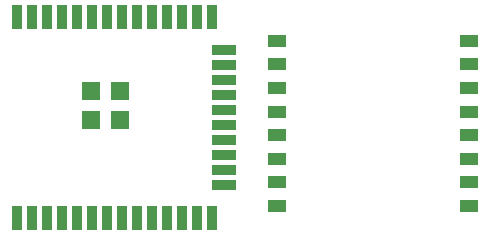
<source format=gbr>
G04 EAGLE Gerber RS-274X export*
G75*
%MOMM*%
%FSLAX34Y34*%
%LPD*%
%INSolderpaste Bottom*%
%IPPOS*%
%AMOC8*
5,1,8,0,0,1.08239X$1,22.5*%
G01*
%ADD10R,1.580000X1.580000*%
%ADD11R,0.900000X2.000000*%
%ADD12R,2.000000X0.900000*%
%ADD13R,1.500000X1.000000*%


D10*
X143250Y162200D03*
X143250Y137200D03*
X168250Y137200D03*
X168250Y162200D03*
D11*
X80750Y224700D03*
X93450Y224700D03*
X106150Y224700D03*
X118850Y224700D03*
X131550Y224700D03*
X144250Y224700D03*
X156950Y224700D03*
X169650Y224700D03*
X182350Y224700D03*
X195050Y224700D03*
X207750Y224700D03*
X220450Y224700D03*
X233150Y224700D03*
X245850Y224700D03*
D12*
X255850Y196850D03*
X255850Y184150D03*
X255850Y171450D03*
X255850Y158750D03*
X255850Y146050D03*
X255850Y133350D03*
X255850Y120650D03*
X255850Y107950D03*
X255850Y95250D03*
X255850Y82550D03*
D11*
X245850Y54700D03*
X233150Y54700D03*
X220450Y54700D03*
X207750Y54700D03*
X195050Y54700D03*
X182350Y54700D03*
X169650Y54700D03*
X156950Y54700D03*
X144250Y54700D03*
X131550Y54700D03*
X118850Y54700D03*
X106150Y54700D03*
X93450Y54700D03*
X80750Y54700D03*
D13*
X463050Y204450D03*
X463050Y184450D03*
X463050Y164450D03*
X463050Y144450D03*
X463050Y124450D03*
X463050Y104450D03*
X463050Y84450D03*
X463050Y64450D03*
X301050Y64450D03*
X301050Y84450D03*
X301050Y104450D03*
X301050Y124450D03*
X301050Y144450D03*
X301050Y164450D03*
X301050Y184450D03*
X301050Y204450D03*
M02*

</source>
